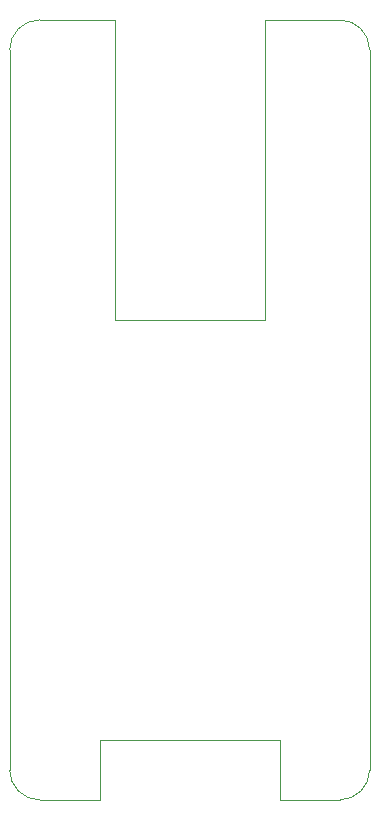
<source format=gbr>
%TF.GenerationSoftware,KiCad,Pcbnew,7.0.7*%
%TF.CreationDate,2023-08-23T10:39:32+10:00*%
%TF.ProjectId,esp32,65737033-322e-46b6-9963-61645f706362,rev?*%
%TF.SameCoordinates,Original*%
%TF.FileFunction,Profile,NP*%
%FSLAX46Y46*%
G04 Gerber Fmt 4.6, Leading zero omitted, Abs format (unit mm)*
G04 Created by KiCad (PCBNEW 7.0.7) date 2023-08-23 10:39:32*
%MOMM*%
%LPD*%
G01*
G04 APERTURE LIST*
%TA.AperFunction,Profile*%
%ADD10C,0.100000*%
%TD*%
G04 APERTURE END LIST*
D10*
X38100000Y-35560000D02*
G75*
G03*
X35560000Y-38100000I0J-2540000D01*
G01*
X58420000Y-96520000D02*
X58420000Y-101600000D01*
X43180000Y-96520000D02*
X58420000Y-96520000D01*
X44450000Y-60960000D02*
X57150000Y-60960000D01*
X35560000Y-38100000D02*
X35560000Y-99060000D01*
X63500000Y-101600000D02*
X58420000Y-101600000D01*
X66040000Y-38100000D02*
G75*
G03*
X63500000Y-35560000I-2540000J0D01*
G01*
X63500000Y-35560000D02*
X57150000Y-35560000D01*
X44450000Y-35560000D02*
X44450000Y-60960000D01*
X44450000Y-35560000D02*
X38100000Y-35560000D01*
X63500000Y-101600000D02*
G75*
G03*
X66040000Y-99060000I0J2540000D01*
G01*
X35560000Y-99060000D02*
G75*
G03*
X38100000Y-101600000I2540000J0D01*
G01*
X66040000Y-99060000D02*
X66040000Y-38100000D01*
X43180000Y-101600000D02*
X38100000Y-101600000D01*
X43180000Y-101600000D02*
X43180000Y-96520000D01*
X57150000Y-60960000D02*
X57150000Y-35560000D01*
M02*

</source>
